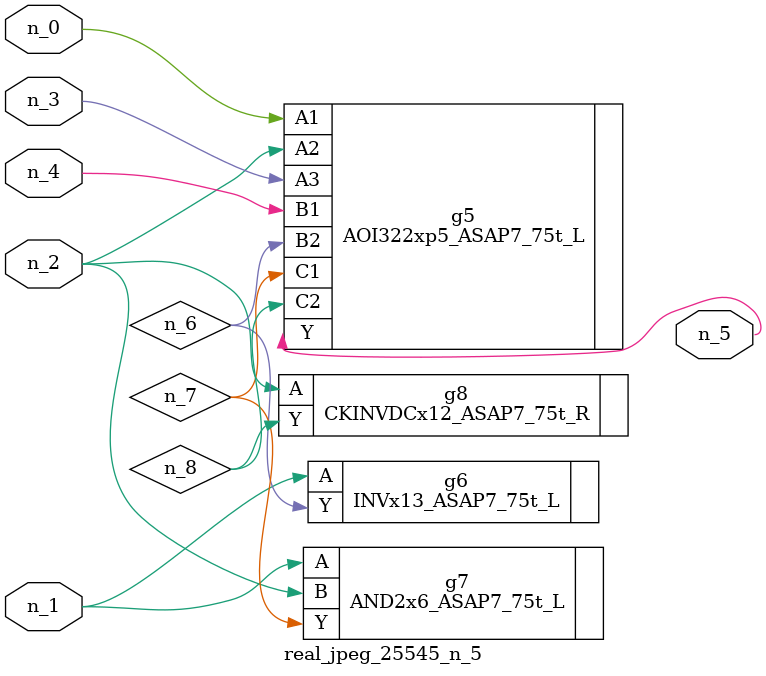
<source format=v>
module real_jpeg_25545_n_5 (n_4, n_0, n_1, n_2, n_3, n_5);

input n_4;
input n_0;
input n_1;
input n_2;
input n_3;

output n_5;

wire n_8;
wire n_6;
wire n_7;

AOI322xp5_ASAP7_75t_L g5 ( 
.A1(n_0),
.A2(n_2),
.A3(n_3),
.B1(n_4),
.B2(n_6),
.C1(n_7),
.C2(n_8),
.Y(n_5)
);

INVx13_ASAP7_75t_L g6 ( 
.A(n_1),
.Y(n_6)
);

AND2x6_ASAP7_75t_L g7 ( 
.A(n_1),
.B(n_2),
.Y(n_7)
);

CKINVDCx12_ASAP7_75t_R g8 ( 
.A(n_2),
.Y(n_8)
);


endmodule
</source>
